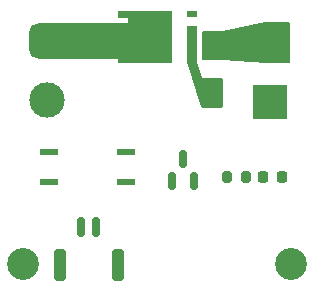
<source format=gbr>
%TF.GenerationSoftware,KiCad,Pcbnew,(6.0.1)*%
%TF.CreationDate,2023-03-26T21:52:57+08:00*%
%TF.ProjectId,Solenoid valve,536f6c65-6e6f-4696-9420-76616c76652e,rev?*%
%TF.SameCoordinates,Original*%
%TF.FileFunction,Soldermask,Top*%
%TF.FilePolarity,Negative*%
%FSLAX46Y46*%
G04 Gerber Fmt 4.6, Leading zero omitted, Abs format (unit mm)*
G04 Created by KiCad (PCBNEW (6.0.1)) date 2023-03-26 21:52:57*
%MOMM*%
%LPD*%
G01*
G04 APERTURE LIST*
G04 Aperture macros list*
%AMRoundRect*
0 Rectangle with rounded corners*
0 $1 Rounding radius*
0 $2 $3 $4 $5 $6 $7 $8 $9 X,Y pos of 4 corners*
0 Add a 4 corners polygon primitive as box body*
4,1,4,$2,$3,$4,$5,$6,$7,$8,$9,$2,$3,0*
0 Add four circle primitives for the rounded corners*
1,1,$1+$1,$2,$3*
1,1,$1+$1,$4,$5*
1,1,$1+$1,$6,$7*
1,1,$1+$1,$8,$9*
0 Add four rect primitives between the rounded corners*
20,1,$1+$1,$2,$3,$4,$5,0*
20,1,$1+$1,$4,$5,$6,$7,0*
20,1,$1+$1,$6,$7,$8,$9,0*
20,1,$1+$1,$8,$9,$2,$3,0*%
%AMFreePoly0*
4,1,17,2.675000,1.605000,1.875000,1.605000,1.875000,0.935000,2.675000,0.935000,2.675000,0.335000,1.875000,0.335000,1.875000,-0.335000,2.675000,-0.335000,2.675000,-0.935000,1.875000,-0.935000,1.875000,-1.605000,2.675000,-1.605000,2.675000,-2.205000,-1.875000,-2.205000,-1.875000,2.205000,2.675000,2.205000,2.675000,1.605000,2.675000,1.605000,$1*%
G04 Aperture macros list end*
%ADD10RoundRect,0.137500X-0.662500X-0.137500X0.662500X-0.137500X0.662500X0.137500X-0.662500X0.137500X0*%
%ADD11C,2.700000*%
%ADD12RoundRect,0.150000X0.150000X-0.587500X0.150000X0.587500X-0.150000X0.587500X-0.150000X-0.587500X0*%
%ADD13R,3.000000X3.000000*%
%ADD14C,3.000000*%
%ADD15FreePoly0,180.000000*%
%ADD16R,0.850000X0.500000*%
%ADD17RoundRect,0.200000X0.200000X0.275000X-0.200000X0.275000X-0.200000X-0.275000X0.200000X-0.275000X0*%
%ADD18RoundRect,0.218750X0.218750X0.256250X-0.218750X0.256250X-0.218750X-0.256250X0.218750X-0.256250X0*%
%ADD19RoundRect,0.750000X0.750000X-0.750000X0.750000X0.750000X-0.750000X0.750000X-0.750000X-0.750000X0*%
%ADD20RoundRect,0.150000X-0.150000X-0.700000X0.150000X-0.700000X0.150000X0.700000X-0.150000X0.700000X0*%
%ADD21RoundRect,0.250000X-0.250000X-1.100000X0.250000X-1.100000X0.250000X1.100000X-0.250000X1.100000X0*%
G04 APERTURE END LIST*
D10*
%TO.C,U1*%
X4401000Y11677000D03*
X4401000Y9137000D03*
X10901000Y9137000D03*
X10901000Y11677000D03*
%TD*%
D11*
%TO.C,H1*%
X2211000Y2147000D03*
%TD*%
D12*
%TO.C,Q1*%
X14761000Y9229500D03*
X16661000Y9229500D03*
X15711000Y11104500D03*
%TD*%
D13*
%TO.C,J2*%
X23111000Y15927000D03*
D14*
X23111000Y20927000D03*
%TD*%
D11*
%TO.C,H2*%
X24861000Y2157000D03*
%TD*%
D15*
%TO.C,Q2*%
X12901000Y21437000D03*
D16*
X16451000Y19532000D03*
X16451000Y20802000D03*
X16451000Y22072000D03*
X16451000Y23342000D03*
%TD*%
D17*
%TO.C,R11*%
X21081000Y9547000D03*
X19431000Y9547000D03*
%TD*%
D18*
%TO.C,D1*%
X24063500Y9547000D03*
X22488500Y9547000D03*
%TD*%
D19*
%TO.C,J3*%
X4211000Y21077000D03*
D14*
X4211000Y16077000D03*
%TD*%
D20*
%TO.C,J1*%
X7126000Y5287000D03*
X8376000Y5287000D03*
D21*
X5276000Y2087000D03*
X10226000Y2087000D03*
%TD*%
G36*
X16823121Y22306998D02*
G01*
X16869614Y22253342D01*
X16881000Y22201000D01*
X16881000Y19286520D01*
X16883828Y19267910D01*
X17295618Y17944299D01*
X17304419Y17931075D01*
X17313735Y17927000D01*
X18975000Y17927000D01*
X19043121Y17906998D01*
X19089614Y17853342D01*
X19101000Y17801000D01*
X19101000Y15553000D01*
X19080998Y15484879D01*
X19027342Y15438386D01*
X18975000Y15427000D01*
X17391890Y15427000D01*
X17323769Y15447002D01*
X17277276Y15500658D01*
X17272325Y15513248D01*
X16027435Y19257645D01*
X16021000Y19297397D01*
X16021000Y22201000D01*
X16041002Y22269121D01*
X16094658Y22315614D01*
X16147000Y22327000D01*
X16755000Y22327000D01*
X16823121Y22306998D01*
G37*
G36*
X14713026Y22556946D02*
G01*
X14759567Y22503332D01*
X14771000Y22450887D01*
X14771000Y19693000D01*
X14750998Y19624879D01*
X14697342Y19578386D01*
X14645000Y19567000D01*
X3737000Y19567000D01*
X3668879Y19587002D01*
X3622386Y19640658D01*
X3611000Y19693000D01*
X3611000Y22441113D01*
X3631002Y22509234D01*
X3684658Y22555727D01*
X3736887Y22567113D01*
X14644887Y22576887D01*
X14713026Y22556946D01*
G37*
G36*
X24763121Y22616998D02*
G01*
X24809614Y22563342D01*
X24821000Y22511000D01*
X24821000Y19353000D01*
X24800998Y19284879D01*
X24747342Y19238386D01*
X24695000Y19227000D01*
X22754465Y19227000D01*
X22747533Y19227191D01*
X19122729Y19426905D01*
X19119272Y19427000D01*
X17427000Y19427000D01*
X17358879Y19447002D01*
X17312386Y19500658D01*
X17301000Y19553000D01*
X17301000Y21801000D01*
X17321002Y21869121D01*
X17374658Y21915614D01*
X17427000Y21927000D01*
X19084807Y21927000D01*
X19097072Y21928208D01*
X22648832Y22634580D01*
X22673409Y22637000D01*
X24695000Y22637000D01*
X24763121Y22616998D01*
G37*
M02*

</source>
